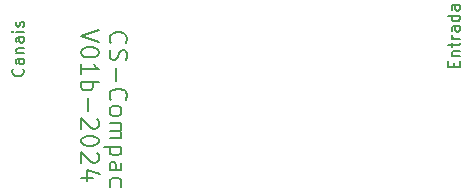
<source format=gbo>
G04 #@! TF.GenerationSoftware,KiCad,Pcbnew,7.0.10-7.0.10~ubuntu20.04.1*
G04 #@! TF.CreationDate,2024-06-13T14:39:58-03:00*
G04 #@! TF.ProjectId,Condicionamento_compacto_V01b,436f6e64-6963-4696-9f6e-616d656e746f,rev?*
G04 #@! TF.SameCoordinates,Original*
G04 #@! TF.FileFunction,Legend,Bot*
G04 #@! TF.FilePolarity,Positive*
%FSLAX46Y46*%
G04 Gerber Fmt 4.6, Leading zero omitted, Abs format (unit mm)*
G04 Created by KiCad (PCBNEW 7.0.10-7.0.10~ubuntu20.04.1) date 2024-06-13 14:39:58*
%MOMM*%
%LPD*%
G01*
G04 APERTURE LIST*
%ADD10C,0.150000*%
%ADD11R,1.700000X1.700000*%
%ADD12O,1.700000X1.700000*%
%ADD13R,1.600000X1.600000*%
%ADD14C,1.600000*%
%ADD15O,1.600000X1.600000*%
%ADD16R,2.200000X2.200000*%
%ADD17O,2.200000X2.200000*%
G04 APERTURE END LIST*
D10*
X135649228Y-101312969D02*
X135577800Y-101241541D01*
X135577800Y-101241541D02*
X135506371Y-101027255D01*
X135506371Y-101027255D02*
X135506371Y-100884398D01*
X135506371Y-100884398D02*
X135577800Y-100670112D01*
X135577800Y-100670112D02*
X135720657Y-100527255D01*
X135720657Y-100527255D02*
X135863514Y-100455826D01*
X135863514Y-100455826D02*
X136149228Y-100384398D01*
X136149228Y-100384398D02*
X136363514Y-100384398D01*
X136363514Y-100384398D02*
X136649228Y-100455826D01*
X136649228Y-100455826D02*
X136792085Y-100527255D01*
X136792085Y-100527255D02*
X136934942Y-100670112D01*
X136934942Y-100670112D02*
X137006371Y-100884398D01*
X137006371Y-100884398D02*
X137006371Y-101027255D01*
X137006371Y-101027255D02*
X136934942Y-101241541D01*
X136934942Y-101241541D02*
X136863514Y-101312969D01*
X135577800Y-101884398D02*
X135506371Y-102098684D01*
X135506371Y-102098684D02*
X135506371Y-102455826D01*
X135506371Y-102455826D02*
X135577800Y-102598684D01*
X135577800Y-102598684D02*
X135649228Y-102670112D01*
X135649228Y-102670112D02*
X135792085Y-102741541D01*
X135792085Y-102741541D02*
X135934942Y-102741541D01*
X135934942Y-102741541D02*
X136077800Y-102670112D01*
X136077800Y-102670112D02*
X136149228Y-102598684D01*
X136149228Y-102598684D02*
X136220657Y-102455826D01*
X136220657Y-102455826D02*
X136292085Y-102170112D01*
X136292085Y-102170112D02*
X136363514Y-102027255D01*
X136363514Y-102027255D02*
X136434942Y-101955826D01*
X136434942Y-101955826D02*
X136577800Y-101884398D01*
X136577800Y-101884398D02*
X136720657Y-101884398D01*
X136720657Y-101884398D02*
X136863514Y-101955826D01*
X136863514Y-101955826D02*
X136934942Y-102027255D01*
X136934942Y-102027255D02*
X137006371Y-102170112D01*
X137006371Y-102170112D02*
X137006371Y-102527255D01*
X137006371Y-102527255D02*
X136934942Y-102741541D01*
X136077800Y-103384397D02*
X136077800Y-104527255D01*
X135649228Y-106098683D02*
X135577800Y-106027255D01*
X135577800Y-106027255D02*
X135506371Y-105812969D01*
X135506371Y-105812969D02*
X135506371Y-105670112D01*
X135506371Y-105670112D02*
X135577800Y-105455826D01*
X135577800Y-105455826D02*
X135720657Y-105312969D01*
X135720657Y-105312969D02*
X135863514Y-105241540D01*
X135863514Y-105241540D02*
X136149228Y-105170112D01*
X136149228Y-105170112D02*
X136363514Y-105170112D01*
X136363514Y-105170112D02*
X136649228Y-105241540D01*
X136649228Y-105241540D02*
X136792085Y-105312969D01*
X136792085Y-105312969D02*
X136934942Y-105455826D01*
X136934942Y-105455826D02*
X137006371Y-105670112D01*
X137006371Y-105670112D02*
X137006371Y-105812969D01*
X137006371Y-105812969D02*
X136934942Y-106027255D01*
X136934942Y-106027255D02*
X136863514Y-106098683D01*
X135506371Y-106955826D02*
X135577800Y-106812969D01*
X135577800Y-106812969D02*
X135649228Y-106741540D01*
X135649228Y-106741540D02*
X135792085Y-106670112D01*
X135792085Y-106670112D02*
X136220657Y-106670112D01*
X136220657Y-106670112D02*
X136363514Y-106741540D01*
X136363514Y-106741540D02*
X136434942Y-106812969D01*
X136434942Y-106812969D02*
X136506371Y-106955826D01*
X136506371Y-106955826D02*
X136506371Y-107170112D01*
X136506371Y-107170112D02*
X136434942Y-107312969D01*
X136434942Y-107312969D02*
X136363514Y-107384398D01*
X136363514Y-107384398D02*
X136220657Y-107455826D01*
X136220657Y-107455826D02*
X135792085Y-107455826D01*
X135792085Y-107455826D02*
X135649228Y-107384398D01*
X135649228Y-107384398D02*
X135577800Y-107312969D01*
X135577800Y-107312969D02*
X135506371Y-107170112D01*
X135506371Y-107170112D02*
X135506371Y-106955826D01*
X135506371Y-108098683D02*
X136506371Y-108098683D01*
X136363514Y-108098683D02*
X136434942Y-108170112D01*
X136434942Y-108170112D02*
X136506371Y-108312969D01*
X136506371Y-108312969D02*
X136506371Y-108527255D01*
X136506371Y-108527255D02*
X136434942Y-108670112D01*
X136434942Y-108670112D02*
X136292085Y-108741541D01*
X136292085Y-108741541D02*
X135506371Y-108741541D01*
X136292085Y-108741541D02*
X136434942Y-108812969D01*
X136434942Y-108812969D02*
X136506371Y-108955826D01*
X136506371Y-108955826D02*
X136506371Y-109170112D01*
X136506371Y-109170112D02*
X136434942Y-109312969D01*
X136434942Y-109312969D02*
X136292085Y-109384398D01*
X136292085Y-109384398D02*
X135506371Y-109384398D01*
X136506371Y-110098683D02*
X135006371Y-110098683D01*
X136434942Y-110098683D02*
X136506371Y-110241541D01*
X136506371Y-110241541D02*
X136506371Y-110527255D01*
X136506371Y-110527255D02*
X136434942Y-110670112D01*
X136434942Y-110670112D02*
X136363514Y-110741541D01*
X136363514Y-110741541D02*
X136220657Y-110812969D01*
X136220657Y-110812969D02*
X135792085Y-110812969D01*
X135792085Y-110812969D02*
X135649228Y-110741541D01*
X135649228Y-110741541D02*
X135577800Y-110670112D01*
X135577800Y-110670112D02*
X135506371Y-110527255D01*
X135506371Y-110527255D02*
X135506371Y-110241541D01*
X135506371Y-110241541D02*
X135577800Y-110098683D01*
X135506371Y-112098684D02*
X136292085Y-112098684D01*
X136292085Y-112098684D02*
X136434942Y-112027255D01*
X136434942Y-112027255D02*
X136506371Y-111884398D01*
X136506371Y-111884398D02*
X136506371Y-111598684D01*
X136506371Y-111598684D02*
X136434942Y-111455826D01*
X135577800Y-112098684D02*
X135506371Y-111955826D01*
X135506371Y-111955826D02*
X135506371Y-111598684D01*
X135506371Y-111598684D02*
X135577800Y-111455826D01*
X135577800Y-111455826D02*
X135720657Y-111384398D01*
X135720657Y-111384398D02*
X135863514Y-111384398D01*
X135863514Y-111384398D02*
X136006371Y-111455826D01*
X136006371Y-111455826D02*
X136077800Y-111598684D01*
X136077800Y-111598684D02*
X136077800Y-111955826D01*
X136077800Y-111955826D02*
X136149228Y-112098684D01*
X135577800Y-113455827D02*
X135506371Y-113312969D01*
X135506371Y-113312969D02*
X135506371Y-113027255D01*
X135506371Y-113027255D02*
X135577800Y-112884398D01*
X135577800Y-112884398D02*
X135649228Y-112812969D01*
X135649228Y-112812969D02*
X135792085Y-112741541D01*
X135792085Y-112741541D02*
X136220657Y-112741541D01*
X136220657Y-112741541D02*
X136363514Y-112812969D01*
X136363514Y-112812969D02*
X136434942Y-112884398D01*
X136434942Y-112884398D02*
X136506371Y-113027255D01*
X136506371Y-113027255D02*
X136506371Y-113312969D01*
X136506371Y-113312969D02*
X136434942Y-113455827D01*
X134591371Y-100241541D02*
X133091371Y-100741541D01*
X133091371Y-100741541D02*
X134591371Y-101241541D01*
X134591371Y-102027255D02*
X134591371Y-102170112D01*
X134591371Y-102170112D02*
X134519942Y-102312969D01*
X134519942Y-102312969D02*
X134448514Y-102384398D01*
X134448514Y-102384398D02*
X134305657Y-102455826D01*
X134305657Y-102455826D02*
X134019942Y-102527255D01*
X134019942Y-102527255D02*
X133662800Y-102527255D01*
X133662800Y-102527255D02*
X133377085Y-102455826D01*
X133377085Y-102455826D02*
X133234228Y-102384398D01*
X133234228Y-102384398D02*
X133162800Y-102312969D01*
X133162800Y-102312969D02*
X133091371Y-102170112D01*
X133091371Y-102170112D02*
X133091371Y-102027255D01*
X133091371Y-102027255D02*
X133162800Y-101884398D01*
X133162800Y-101884398D02*
X133234228Y-101812969D01*
X133234228Y-101812969D02*
X133377085Y-101741540D01*
X133377085Y-101741540D02*
X133662800Y-101670112D01*
X133662800Y-101670112D02*
X134019942Y-101670112D01*
X134019942Y-101670112D02*
X134305657Y-101741540D01*
X134305657Y-101741540D02*
X134448514Y-101812969D01*
X134448514Y-101812969D02*
X134519942Y-101884398D01*
X134519942Y-101884398D02*
X134591371Y-102027255D01*
X133091371Y-103955826D02*
X133091371Y-103098683D01*
X133091371Y-103527254D02*
X134591371Y-103527254D01*
X134591371Y-103527254D02*
X134377085Y-103384397D01*
X134377085Y-103384397D02*
X134234228Y-103241540D01*
X134234228Y-103241540D02*
X134162800Y-103098683D01*
X133091371Y-104598682D02*
X134591371Y-104598682D01*
X134019942Y-104598682D02*
X134091371Y-104741540D01*
X134091371Y-104741540D02*
X134091371Y-105027254D01*
X134091371Y-105027254D02*
X134019942Y-105170111D01*
X134019942Y-105170111D02*
X133948514Y-105241540D01*
X133948514Y-105241540D02*
X133805657Y-105312968D01*
X133805657Y-105312968D02*
X133377085Y-105312968D01*
X133377085Y-105312968D02*
X133234228Y-105241540D01*
X133234228Y-105241540D02*
X133162800Y-105170111D01*
X133162800Y-105170111D02*
X133091371Y-105027254D01*
X133091371Y-105027254D02*
X133091371Y-104741540D01*
X133091371Y-104741540D02*
X133162800Y-104598682D01*
X133662800Y-105955825D02*
X133662800Y-107098683D01*
X134448514Y-107741540D02*
X134519942Y-107812968D01*
X134519942Y-107812968D02*
X134591371Y-107955826D01*
X134591371Y-107955826D02*
X134591371Y-108312968D01*
X134591371Y-108312968D02*
X134519942Y-108455826D01*
X134519942Y-108455826D02*
X134448514Y-108527254D01*
X134448514Y-108527254D02*
X134305657Y-108598683D01*
X134305657Y-108598683D02*
X134162800Y-108598683D01*
X134162800Y-108598683D02*
X133948514Y-108527254D01*
X133948514Y-108527254D02*
X133091371Y-107670111D01*
X133091371Y-107670111D02*
X133091371Y-108598683D01*
X134591371Y-109527254D02*
X134591371Y-109670111D01*
X134591371Y-109670111D02*
X134519942Y-109812968D01*
X134519942Y-109812968D02*
X134448514Y-109884397D01*
X134448514Y-109884397D02*
X134305657Y-109955825D01*
X134305657Y-109955825D02*
X134019942Y-110027254D01*
X134019942Y-110027254D02*
X133662800Y-110027254D01*
X133662800Y-110027254D02*
X133377085Y-109955825D01*
X133377085Y-109955825D02*
X133234228Y-109884397D01*
X133234228Y-109884397D02*
X133162800Y-109812968D01*
X133162800Y-109812968D02*
X133091371Y-109670111D01*
X133091371Y-109670111D02*
X133091371Y-109527254D01*
X133091371Y-109527254D02*
X133162800Y-109384397D01*
X133162800Y-109384397D02*
X133234228Y-109312968D01*
X133234228Y-109312968D02*
X133377085Y-109241539D01*
X133377085Y-109241539D02*
X133662800Y-109170111D01*
X133662800Y-109170111D02*
X134019942Y-109170111D01*
X134019942Y-109170111D02*
X134305657Y-109241539D01*
X134305657Y-109241539D02*
X134448514Y-109312968D01*
X134448514Y-109312968D02*
X134519942Y-109384397D01*
X134519942Y-109384397D02*
X134591371Y-109527254D01*
X134448514Y-110598682D02*
X134519942Y-110670110D01*
X134519942Y-110670110D02*
X134591371Y-110812968D01*
X134591371Y-110812968D02*
X134591371Y-111170110D01*
X134591371Y-111170110D02*
X134519942Y-111312968D01*
X134519942Y-111312968D02*
X134448514Y-111384396D01*
X134448514Y-111384396D02*
X134305657Y-111455825D01*
X134305657Y-111455825D02*
X134162800Y-111455825D01*
X134162800Y-111455825D02*
X133948514Y-111384396D01*
X133948514Y-111384396D02*
X133091371Y-110527253D01*
X133091371Y-110527253D02*
X133091371Y-111455825D01*
X134091371Y-112741539D02*
X133091371Y-112741539D01*
X134662800Y-112384396D02*
X133591371Y-112027253D01*
X133591371Y-112027253D02*
X133591371Y-112955824D01*
X164631009Y-103319047D02*
X164631009Y-102985714D01*
X165154819Y-102842857D02*
X165154819Y-103319047D01*
X165154819Y-103319047D02*
X164154819Y-103319047D01*
X164154819Y-103319047D02*
X164154819Y-102842857D01*
X164488152Y-102414285D02*
X165154819Y-102414285D01*
X164583390Y-102414285D02*
X164535771Y-102366666D01*
X164535771Y-102366666D02*
X164488152Y-102271428D01*
X164488152Y-102271428D02*
X164488152Y-102128571D01*
X164488152Y-102128571D02*
X164535771Y-102033333D01*
X164535771Y-102033333D02*
X164631009Y-101985714D01*
X164631009Y-101985714D02*
X165154819Y-101985714D01*
X164488152Y-101652380D02*
X164488152Y-101271428D01*
X164154819Y-101509523D02*
X165011961Y-101509523D01*
X165011961Y-101509523D02*
X165107200Y-101461904D01*
X165107200Y-101461904D02*
X165154819Y-101366666D01*
X165154819Y-101366666D02*
X165154819Y-101271428D01*
X165154819Y-100938094D02*
X164488152Y-100938094D01*
X164678628Y-100938094D02*
X164583390Y-100890475D01*
X164583390Y-100890475D02*
X164535771Y-100842856D01*
X164535771Y-100842856D02*
X164488152Y-100747618D01*
X164488152Y-100747618D02*
X164488152Y-100652380D01*
X165154819Y-99890475D02*
X164631009Y-99890475D01*
X164631009Y-99890475D02*
X164535771Y-99938094D01*
X164535771Y-99938094D02*
X164488152Y-100033332D01*
X164488152Y-100033332D02*
X164488152Y-100223808D01*
X164488152Y-100223808D02*
X164535771Y-100319046D01*
X165107200Y-99890475D02*
X165154819Y-99985713D01*
X165154819Y-99985713D02*
X165154819Y-100223808D01*
X165154819Y-100223808D02*
X165107200Y-100319046D01*
X165107200Y-100319046D02*
X165011961Y-100366665D01*
X165011961Y-100366665D02*
X164916723Y-100366665D01*
X164916723Y-100366665D02*
X164821485Y-100319046D01*
X164821485Y-100319046D02*
X164773866Y-100223808D01*
X164773866Y-100223808D02*
X164773866Y-99985713D01*
X164773866Y-99985713D02*
X164726247Y-99890475D01*
X165154819Y-98985713D02*
X164154819Y-98985713D01*
X165107200Y-98985713D02*
X165154819Y-99080951D01*
X165154819Y-99080951D02*
X165154819Y-99271427D01*
X165154819Y-99271427D02*
X165107200Y-99366665D01*
X165107200Y-99366665D02*
X165059580Y-99414284D01*
X165059580Y-99414284D02*
X164964342Y-99461903D01*
X164964342Y-99461903D02*
X164678628Y-99461903D01*
X164678628Y-99461903D02*
X164583390Y-99414284D01*
X164583390Y-99414284D02*
X164535771Y-99366665D01*
X164535771Y-99366665D02*
X164488152Y-99271427D01*
X164488152Y-99271427D02*
X164488152Y-99080951D01*
X164488152Y-99080951D02*
X164535771Y-98985713D01*
X165154819Y-98080951D02*
X164631009Y-98080951D01*
X164631009Y-98080951D02*
X164535771Y-98128570D01*
X164535771Y-98128570D02*
X164488152Y-98223808D01*
X164488152Y-98223808D02*
X164488152Y-98414284D01*
X164488152Y-98414284D02*
X164535771Y-98509522D01*
X165107200Y-98080951D02*
X165154819Y-98176189D01*
X165154819Y-98176189D02*
X165154819Y-98414284D01*
X165154819Y-98414284D02*
X165107200Y-98509522D01*
X165107200Y-98509522D02*
X165011961Y-98557141D01*
X165011961Y-98557141D02*
X164916723Y-98557141D01*
X164916723Y-98557141D02*
X164821485Y-98509522D01*
X164821485Y-98509522D02*
X164773866Y-98414284D01*
X164773866Y-98414284D02*
X164773866Y-98176189D01*
X164773866Y-98176189D02*
X164726247Y-98080951D01*
X128159580Y-103490476D02*
X128207200Y-103538095D01*
X128207200Y-103538095D02*
X128254819Y-103680952D01*
X128254819Y-103680952D02*
X128254819Y-103776190D01*
X128254819Y-103776190D02*
X128207200Y-103919047D01*
X128207200Y-103919047D02*
X128111961Y-104014285D01*
X128111961Y-104014285D02*
X128016723Y-104061904D01*
X128016723Y-104061904D02*
X127826247Y-104109523D01*
X127826247Y-104109523D02*
X127683390Y-104109523D01*
X127683390Y-104109523D02*
X127492914Y-104061904D01*
X127492914Y-104061904D02*
X127397676Y-104014285D01*
X127397676Y-104014285D02*
X127302438Y-103919047D01*
X127302438Y-103919047D02*
X127254819Y-103776190D01*
X127254819Y-103776190D02*
X127254819Y-103680952D01*
X127254819Y-103680952D02*
X127302438Y-103538095D01*
X127302438Y-103538095D02*
X127350057Y-103490476D01*
X128254819Y-102633333D02*
X127731009Y-102633333D01*
X127731009Y-102633333D02*
X127635771Y-102680952D01*
X127635771Y-102680952D02*
X127588152Y-102776190D01*
X127588152Y-102776190D02*
X127588152Y-102966666D01*
X127588152Y-102966666D02*
X127635771Y-103061904D01*
X128207200Y-102633333D02*
X128254819Y-102728571D01*
X128254819Y-102728571D02*
X128254819Y-102966666D01*
X128254819Y-102966666D02*
X128207200Y-103061904D01*
X128207200Y-103061904D02*
X128111961Y-103109523D01*
X128111961Y-103109523D02*
X128016723Y-103109523D01*
X128016723Y-103109523D02*
X127921485Y-103061904D01*
X127921485Y-103061904D02*
X127873866Y-102966666D01*
X127873866Y-102966666D02*
X127873866Y-102728571D01*
X127873866Y-102728571D02*
X127826247Y-102633333D01*
X127588152Y-102157142D02*
X128254819Y-102157142D01*
X127683390Y-102157142D02*
X127635771Y-102109523D01*
X127635771Y-102109523D02*
X127588152Y-102014285D01*
X127588152Y-102014285D02*
X127588152Y-101871428D01*
X127588152Y-101871428D02*
X127635771Y-101776190D01*
X127635771Y-101776190D02*
X127731009Y-101728571D01*
X127731009Y-101728571D02*
X128254819Y-101728571D01*
X128254819Y-100823809D02*
X127731009Y-100823809D01*
X127731009Y-100823809D02*
X127635771Y-100871428D01*
X127635771Y-100871428D02*
X127588152Y-100966666D01*
X127588152Y-100966666D02*
X127588152Y-101157142D01*
X127588152Y-101157142D02*
X127635771Y-101252380D01*
X128207200Y-100823809D02*
X128254819Y-100919047D01*
X128254819Y-100919047D02*
X128254819Y-101157142D01*
X128254819Y-101157142D02*
X128207200Y-101252380D01*
X128207200Y-101252380D02*
X128111961Y-101299999D01*
X128111961Y-101299999D02*
X128016723Y-101299999D01*
X128016723Y-101299999D02*
X127921485Y-101252380D01*
X127921485Y-101252380D02*
X127873866Y-101157142D01*
X127873866Y-101157142D02*
X127873866Y-100919047D01*
X127873866Y-100919047D02*
X127826247Y-100823809D01*
X128254819Y-100347618D02*
X127588152Y-100347618D01*
X127254819Y-100347618D02*
X127302438Y-100395237D01*
X127302438Y-100395237D02*
X127350057Y-100347618D01*
X127350057Y-100347618D02*
X127302438Y-100299999D01*
X127302438Y-100299999D02*
X127254819Y-100347618D01*
X127254819Y-100347618D02*
X127350057Y-100347618D01*
X128207200Y-99919047D02*
X128254819Y-99823809D01*
X128254819Y-99823809D02*
X128254819Y-99633333D01*
X128254819Y-99633333D02*
X128207200Y-99538095D01*
X128207200Y-99538095D02*
X128111961Y-99490476D01*
X128111961Y-99490476D02*
X128064342Y-99490476D01*
X128064342Y-99490476D02*
X127969104Y-99538095D01*
X127969104Y-99538095D02*
X127921485Y-99633333D01*
X127921485Y-99633333D02*
X127921485Y-99776190D01*
X127921485Y-99776190D02*
X127873866Y-99871428D01*
X127873866Y-99871428D02*
X127778628Y-99919047D01*
X127778628Y-99919047D02*
X127731009Y-99919047D01*
X127731009Y-99919047D02*
X127635771Y-99871428D01*
X127635771Y-99871428D02*
X127588152Y-99776190D01*
X127588152Y-99776190D02*
X127588152Y-99633333D01*
X127588152Y-99633333D02*
X127635771Y-99538095D01*
%LPC*%
D11*
X130100000Y-103225000D03*
D12*
X130100000Y-100685000D03*
D13*
X136300000Y-96400000D03*
D14*
X133800000Y-96400000D03*
X139800000Y-98200000D03*
D15*
X139800000Y-90580000D03*
D11*
X130050000Y-110450000D03*
D12*
X130050000Y-112990000D03*
X130050000Y-115530000D03*
D14*
X143590000Y-110500000D03*
D15*
X151210000Y-110500000D03*
D11*
X130150000Y-92625000D03*
D12*
X130150000Y-90085000D03*
X130150000Y-87545000D03*
D16*
X154000000Y-115480000D03*
D17*
X154000000Y-105320000D03*
D13*
X148700000Y-94400000D03*
D14*
X148700000Y-91900000D03*
D16*
X157100000Y-98180000D03*
D17*
X157100000Y-88020000D03*
D13*
X148100000Y-104900000D03*
D14*
X148100000Y-107400000D03*
D16*
X143820000Y-87800000D03*
D17*
X153980000Y-87800000D03*
D14*
X140900000Y-102390000D03*
D15*
X140900000Y-110010000D03*
D14*
X145690000Y-98200000D03*
D15*
X153310000Y-98200000D03*
D14*
X143000000Y-90590000D03*
D15*
X143000000Y-98210000D03*
D11*
X162300000Y-93020000D03*
D12*
X162300000Y-95560000D03*
X162300000Y-98100000D03*
X162300000Y-100640000D03*
X162300000Y-103180000D03*
X162300000Y-105720000D03*
X162300000Y-108260000D03*
X162300000Y-110800000D03*
D13*
X140505100Y-113900000D03*
D14*
X138005100Y-113900000D03*
D16*
X144220000Y-101600000D03*
D17*
X154380000Y-101600000D03*
D14*
X143590000Y-114700000D03*
D15*
X151210000Y-114700000D03*
%LPD*%
M02*

</source>
